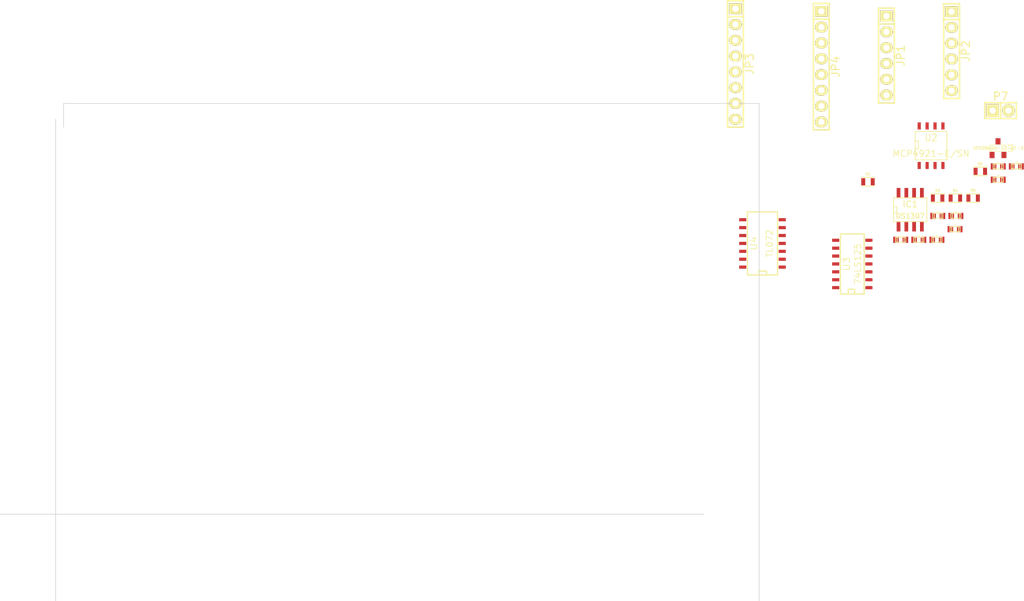
<source format=kicad_pcb>
(kicad_pcb (version 4) (host pcbnew "(2014-08-05 BZR 5054)-product")

  (general
    (links 57)
    (no_connects 57)
    (area 77.419999 53.289999 199.440001 133.400001)
    (thickness 1.6)
    (drawings 5)
    (tracks 0)
    (zones 0)
    (modules 24)
    (nets 43)
  )

  (page A4)
  (layers
    (0 F.Cu signal)
    (31 B.Cu signal)
    (32 B.Adhes user)
    (33 F.Adhes user)
    (34 B.Paste user)
    (35 F.Paste user)
    (36 B.SilkS user)
    (37 F.SilkS user)
    (38 B.Mask user)
    (39 F.Mask user)
    (40 Dwgs.User user)
    (41 Cmts.User user)
    (42 Eco1.User user)
    (43 Eco2.User user)
    (44 Edge.Cuts user)
    (45 Margin user)
    (46 B.CrtYd user)
    (47 F.CrtYd user)
    (48 B.Fab user)
    (49 F.Fab user)
  )

  (setup
    (last_trace_width 0.254)
    (trace_clearance 0.254)
    (zone_clearance 0.508)
    (zone_45_only no)
    (trace_min 0.254)
    (segment_width 0.2)
    (edge_width 0.1)
    (via_size 0.889)
    (via_drill 0.635)
    (via_min_size 0.889)
    (via_min_drill 0.508)
    (uvia_size 0.508)
    (uvia_drill 0.127)
    (uvias_allowed no)
    (uvia_min_size 0.508)
    (uvia_min_drill 0.127)
    (pcb_text_width 0.3)
    (pcb_text_size 1.5 1.5)
    (mod_edge_width 0.15)
    (mod_text_size 1 1)
    (mod_text_width 0.15)
    (pad_size 1.5 1.5)
    (pad_drill 0.6)
    (pad_to_mask_clearance 0)
    (aux_axis_origin 0 0)
    (visible_elements FFFFFF7F)
    (pcbplotparams
      (layerselection 0x00030_80000001)
      (usegerberextensions false)
      (excludeedgelayer true)
      (linewidth 0.100000)
      (plotframeref false)
      (viasonmask false)
      (mode 1)
      (useauxorigin false)
      (hpglpennumber 1)
      (hpglpenspeed 20)
      (hpglpendiameter 15)
      (hpglpenoverlay 2)
      (psnegative false)
      (psa4output false)
      (plotreference true)
      (plotvalue true)
      (plotinvisibletext false)
      (padsonsilk false)
      (subtractmaskfromsilk false)
      (outputformat 1)
      (mirror false)
      (drillshape 1)
      (scaleselection 1)
      (outputdirectory ""))
  )

  (net 0 "")
  (net 1 +5V)
  (net 2 GND)
  (net 3 +3.3V)
  (net 4 "Net-(C7-Pad2)")
  (net 5 "Net-(C8-Pad1)")
  (net 6 "Net-(C9-Pad1)")
  (net 7 "Net-(C9-Pad2)")
  (net 8 "Net-(BT1-Pad1)")
  (net 9 "Net-(IC1-Pad1)")
  (net 10 "Net-(IC1-Pad7)")
  (net 11 /I2C_SCL)
  (net 12 /I2C_SDA)
  (net 13 "Net-(IC1-Pad2)")
  (net 14 "Net-(JP1-Pad1)")
  (net 15 "Net-(JP1-Pad2)")
  (net 16 "Net-(JP1-Pad6)")
  (net 17 /XM)
  (net 18 /YP)
  (net 19 /XP)
  (net 20 /YM)
  (net 21 "Net-(JP3-Pad1)")
  (net 22 /SCK)
  (net 23 /MISO)
  (net 24 /MOSI)
  (net 25 /SD_CS)
  (net 26 "Net-(JP3-Pad7)")
  (net 27 "Net-(JP3-Pad8)")
  (net 28 /MATRIX_WR)
  (net 29 /MATRIX_DATA)
  (net 30 /DAC_LAT)
  (net 31 /DAC_DI)
  (net 32 /DAC_SCK)
  (net 33 /DAC_CS)
  (net 34 /MATRIX_CS)
  (net 35 /MATRIX_CLK)
  (net 36 "Net-(R4-Pad2)")
  (net 37 /SCLK)
  (net 38 /CS)
  (net 39 "Net-(U3-Pad11)")
  (net 40 "Net-(U3-Pad12)")
  (net 41 "Net-(U3-Pad13)")
  (net 42 "Net-(RV1-Pad2)")

  (net_class Default "This is the default net class."
    (clearance 0.254)
    (trace_width 0.254)
    (via_dia 0.889)
    (via_drill 0.635)
    (uvia_dia 0.508)
    (uvia_drill 0.127)
    (add_net +3.3V)
    (add_net +5V)
    (add_net /CS)
    (add_net /DAC_CS)
    (add_net /DAC_DI)
    (add_net /DAC_LAT)
    (add_net /DAC_SCK)
    (add_net /I2C_SCL)
    (add_net /I2C_SDA)
    (add_net /MATRIX_CLK)
    (add_net /MATRIX_CS)
    (add_net /MATRIX_DATA)
    (add_net /MATRIX_WR)
    (add_net /MISO)
    (add_net /MOSI)
    (add_net /SCK)
    (add_net /SCLK)
    (add_net /SD_CS)
    (add_net /XM)
    (add_net /XP)
    (add_net /YM)
    (add_net /YP)
    (add_net GND)
    (add_net "Net-(BT1-Pad1)")
    (add_net "Net-(C7-Pad2)")
    (add_net "Net-(C8-Pad1)")
    (add_net "Net-(C9-Pad1)")
    (add_net "Net-(C9-Pad2)")
    (add_net "Net-(IC1-Pad1)")
    (add_net "Net-(IC1-Pad2)")
    (add_net "Net-(IC1-Pad7)")
    (add_net "Net-(JP1-Pad1)")
    (add_net "Net-(JP1-Pad2)")
    (add_net "Net-(JP1-Pad6)")
    (add_net "Net-(JP3-Pad1)")
    (add_net "Net-(JP3-Pad7)")
    (add_net "Net-(JP3-Pad8)")
    (add_net "Net-(R4-Pad2)")
    (add_net "Net-(RV1-Pad2)")
    (add_net "Net-(U3-Pad11)")
    (add_net "Net-(U3-Pad12)")
    (add_net "Net-(U3-Pad13)")
  )

  (module Capacitors_SMD:c_0603 (layer F.Cu) (tedit 53F8F479) (tstamp 53F8F534)
    (at 230.855421 73.560421)
    (descr "SMT capacitor, 0603")
    (path /53F6F4A8)
    (fp_text reference C1 (at 0 -0.635) (layer F.SilkS)
      (effects (font (size 0.20066 0.20066) (thickness 0.04064)))
    )
    (fp_text value 0.1uF (at 0 0.635) (layer F.SilkS) hide
      (effects (font (size 0.20066 0.20066) (thickness 0.04064)))
    )
    (fp_line (start 0.5588 0.4064) (end 0.5588 -0.4064) (layer F.SilkS) (width 0.127))
    (fp_line (start -0.5588 -0.381) (end -0.5588 0.4064) (layer F.SilkS) (width 0.127))
    (fp_line (start -0.8128 -0.4064) (end 0.8128 -0.4064) (layer F.SilkS) (width 0.127))
    (fp_line (start 0.8128 -0.4064) (end 0.8128 0.4064) (layer F.SilkS) (width 0.127))
    (fp_line (start 0.8128 0.4064) (end -0.8128 0.4064) (layer F.SilkS) (width 0.127))
    (fp_line (start -0.8128 0.4064) (end -0.8128 -0.4064) (layer F.SilkS) (width 0.127))
    (pad 1 smd rect (at 0.75184 0) (size 0.89916 1.00076) (layers F.Cu F.Paste F.Mask)
      (net 1 +5V))
    (pad 2 smd rect (at -0.75184 0) (size 0.89916 1.00076) (layers F.Cu F.Paste F.Mask)
      (net 2 GND))
    (model smd/capacitors/c_0603.wrl
      (at (xyz 0 0 0))
      (scale (xyz 1 1 1))
      (rotate (xyz 0 0 0))
    )
  )

  (module Capacitors_SMD:c_0603 (layer F.Cu) (tedit 53F8F479) (tstamp 53F8F53A)
    (at 222.125421 75.260421)
    (descr "SMT capacitor, 0603")
    (path /53F6F305)
    (fp_text reference C2 (at 0 -0.635) (layer F.SilkS)
      (effects (font (size 0.20066 0.20066) (thickness 0.04064)))
    )
    (fp_text value 0.1uF (at 0 0.635) (layer F.SilkS) hide
      (effects (font (size 0.20066 0.20066) (thickness 0.04064)))
    )
    (fp_line (start 0.5588 0.4064) (end 0.5588 -0.4064) (layer F.SilkS) (width 0.127))
    (fp_line (start -0.5588 -0.381) (end -0.5588 0.4064) (layer F.SilkS) (width 0.127))
    (fp_line (start -0.8128 -0.4064) (end 0.8128 -0.4064) (layer F.SilkS) (width 0.127))
    (fp_line (start 0.8128 -0.4064) (end 0.8128 0.4064) (layer F.SilkS) (width 0.127))
    (fp_line (start 0.8128 0.4064) (end -0.8128 0.4064) (layer F.SilkS) (width 0.127))
    (fp_line (start -0.8128 0.4064) (end -0.8128 -0.4064) (layer F.SilkS) (width 0.127))
    (pad 1 smd rect (at 0.75184 0) (size 0.89916 1.00076) (layers F.Cu F.Paste F.Mask)
      (net 1 +5V))
    (pad 2 smd rect (at -0.75184 0) (size 0.89916 1.00076) (layers F.Cu F.Paste F.Mask)
      (net 2 GND))
    (model smd/capacitors/c_0603.wrl
      (at (xyz 0 0 0))
      (scale (xyz 1 1 1))
      (rotate (xyz 0 0 0))
    )
  )

  (module Capacitors_SMD:c_0603 (layer F.Cu) (tedit 53F8F479) (tstamp 53F8F540)
    (at 225.035421 75.260421)
    (descr "SMT capacitor, 0603")
    (path /53F6F384)
    (fp_text reference C3 (at 0 -0.635) (layer F.SilkS)
      (effects (font (size 0.20066 0.20066) (thickness 0.04064)))
    )
    (fp_text value 0.1uF (at 0 0.635) (layer F.SilkS) hide
      (effects (font (size 0.20066 0.20066) (thickness 0.04064)))
    )
    (fp_line (start 0.5588 0.4064) (end 0.5588 -0.4064) (layer F.SilkS) (width 0.127))
    (fp_line (start -0.5588 -0.381) (end -0.5588 0.4064) (layer F.SilkS) (width 0.127))
    (fp_line (start -0.8128 -0.4064) (end 0.8128 -0.4064) (layer F.SilkS) (width 0.127))
    (fp_line (start 0.8128 -0.4064) (end 0.8128 0.4064) (layer F.SilkS) (width 0.127))
    (fp_line (start 0.8128 0.4064) (end -0.8128 0.4064) (layer F.SilkS) (width 0.127))
    (fp_line (start -0.8128 0.4064) (end -0.8128 -0.4064) (layer F.SilkS) (width 0.127))
    (pad 1 smd rect (at 0.75184 0) (size 0.89916 1.00076) (layers F.Cu F.Paste F.Mask)
      (net 1 +5V))
    (pad 2 smd rect (at -0.75184 0) (size 0.89916 1.00076) (layers F.Cu F.Paste F.Mask)
      (net 2 GND))
    (model smd/capacitors/c_0603.wrl
      (at (xyz 0 0 0))
      (scale (xyz 1 1 1))
      (rotate (xyz 0 0 0))
    )
  )

  (module Capacitors_SMD:c_0603 (layer F.Cu) (tedit 53F8F479) (tstamp 53F8F546)
    (at 227.945421 75.260421)
    (descr "SMT capacitor, 0603")
    (path /53F6F42A)
    (fp_text reference C4 (at 0 -0.635) (layer F.SilkS)
      (effects (font (size 0.20066 0.20066) (thickness 0.04064)))
    )
    (fp_text value 100uF/6V (at 0 0.635) (layer F.SilkS) hide
      (effects (font (size 0.20066 0.20066) (thickness 0.04064)))
    )
    (fp_line (start 0.5588 0.4064) (end 0.5588 -0.4064) (layer F.SilkS) (width 0.127))
    (fp_line (start -0.5588 -0.381) (end -0.5588 0.4064) (layer F.SilkS) (width 0.127))
    (fp_line (start -0.8128 -0.4064) (end 0.8128 -0.4064) (layer F.SilkS) (width 0.127))
    (fp_line (start 0.8128 -0.4064) (end 0.8128 0.4064) (layer F.SilkS) (width 0.127))
    (fp_line (start 0.8128 0.4064) (end -0.8128 0.4064) (layer F.SilkS) (width 0.127))
    (fp_line (start -0.8128 0.4064) (end -0.8128 -0.4064) (layer F.SilkS) (width 0.127))
    (pad 1 smd rect (at 0.75184 0) (size 0.89916 1.00076) (layers F.Cu F.Paste F.Mask)
      (net 1 +5V))
    (pad 2 smd rect (at -0.75184 0) (size 0.89916 1.00076) (layers F.Cu F.Paste F.Mask)
      (net 2 GND))
    (model smd/capacitors/c_0603.wrl
      (at (xyz 0 0 0))
      (scale (xyz 1 1 1))
      (rotate (xyz 0 0 0))
    )
  )

  (module Capacitors_SMD:c_0603 (layer F.Cu) (tedit 53F8F479) (tstamp 53F8F54C)
    (at 228.085421 71.420421)
    (descr "SMT capacitor, 0603")
    (path /53F6F1E5)
    (fp_text reference C5 (at 0 -0.635) (layer F.SilkS)
      (effects (font (size 0.20066 0.20066) (thickness 0.04064)))
    )
    (fp_text value 0.1uF (at 0 0.635) (layer F.SilkS) hide
      (effects (font (size 0.20066 0.20066) (thickness 0.04064)))
    )
    (fp_line (start 0.5588 0.4064) (end 0.5588 -0.4064) (layer F.SilkS) (width 0.127))
    (fp_line (start -0.5588 -0.381) (end -0.5588 0.4064) (layer F.SilkS) (width 0.127))
    (fp_line (start -0.8128 -0.4064) (end 0.8128 -0.4064) (layer F.SilkS) (width 0.127))
    (fp_line (start 0.8128 -0.4064) (end 0.8128 0.4064) (layer F.SilkS) (width 0.127))
    (fp_line (start 0.8128 0.4064) (end -0.8128 0.4064) (layer F.SilkS) (width 0.127))
    (fp_line (start -0.8128 0.4064) (end -0.8128 -0.4064) (layer F.SilkS) (width 0.127))
    (pad 1 smd rect (at 0.75184 0) (size 0.89916 1.00076) (layers F.Cu F.Paste F.Mask)
      (net 3 +3.3V))
    (pad 2 smd rect (at -0.75184 0) (size 0.89916 1.00076) (layers F.Cu F.Paste F.Mask)
      (net 2 GND))
    (model smd/capacitors/c_0603.wrl
      (at (xyz 0 0 0))
      (scale (xyz 1 1 1))
      (rotate (xyz 0 0 0))
    )
  )

  (module Capacitors_SMD:c_0603 (layer F.Cu) (tedit 53F8F479) (tstamp 53F8F552)
    (at 230.995421 71.420421)
    (descr "SMT capacitor, 0603")
    (path /53F6EFF0)
    (fp_text reference C6 (at 0 -0.635) (layer F.SilkS)
      (effects (font (size 0.20066 0.20066) (thickness 0.04064)))
    )
    (fp_text value 100uF/6V (at 0 0.635) (layer F.SilkS) hide
      (effects (font (size 0.20066 0.20066) (thickness 0.04064)))
    )
    (fp_line (start 0.5588 0.4064) (end 0.5588 -0.4064) (layer F.SilkS) (width 0.127))
    (fp_line (start -0.5588 -0.381) (end -0.5588 0.4064) (layer F.SilkS) (width 0.127))
    (fp_line (start -0.8128 -0.4064) (end 0.8128 -0.4064) (layer F.SilkS) (width 0.127))
    (fp_line (start 0.8128 -0.4064) (end 0.8128 0.4064) (layer F.SilkS) (width 0.127))
    (fp_line (start 0.8128 0.4064) (end -0.8128 0.4064) (layer F.SilkS) (width 0.127))
    (fp_line (start -0.8128 0.4064) (end -0.8128 -0.4064) (layer F.SilkS) (width 0.127))
    (pad 1 smd rect (at 0.75184 0) (size 0.89916 1.00076) (layers F.Cu F.Paste F.Mask)
      (net 3 +3.3V))
    (pad 2 smd rect (at -0.75184 0) (size 0.89916 1.00076) (layers F.Cu F.Paste F.Mask)
      (net 2 GND))
    (model smd/capacitors/c_0603.wrl
      (at (xyz 0 0 0))
      (scale (xyz 1 1 1))
      (rotate (xyz 0 0 0))
    )
  )

  (module Capacitors_SMD:c_0603 (layer F.Cu) (tedit 53F8F479) (tstamp 53F8F558)
    (at 237.795421 63.460421)
    (descr "SMT capacitor, 0603")
    (path /53F6CADB)
    (fp_text reference C7 (at 0 -0.635) (layer F.SilkS)
      (effects (font (size 0.20066 0.20066) (thickness 0.04064)))
    )
    (fp_text value 0.1uF (at 0 0.635) (layer F.SilkS) hide
      (effects (font (size 0.20066 0.20066) (thickness 0.04064)))
    )
    (fp_line (start 0.5588 0.4064) (end 0.5588 -0.4064) (layer F.SilkS) (width 0.127))
    (fp_line (start -0.5588 -0.381) (end -0.5588 0.4064) (layer F.SilkS) (width 0.127))
    (fp_line (start -0.8128 -0.4064) (end 0.8128 -0.4064) (layer F.SilkS) (width 0.127))
    (fp_line (start 0.8128 -0.4064) (end 0.8128 0.4064) (layer F.SilkS) (width 0.127))
    (fp_line (start 0.8128 0.4064) (end -0.8128 0.4064) (layer F.SilkS) (width 0.127))
    (fp_line (start -0.8128 0.4064) (end -0.8128 -0.4064) (layer F.SilkS) (width 0.127))
    (pad 1 smd rect (at 0.75184 0) (size 0.89916 1.00076) (layers F.Cu F.Paste F.Mask)
      (net 2 GND))
    (pad 2 smd rect (at -0.75184 0) (size 0.89916 1.00076) (layers F.Cu F.Paste F.Mask)
      (net 4 "Net-(C7-Pad2)"))
    (model smd/capacitors/c_0603.wrl
      (at (xyz 0 0 0))
      (scale (xyz 1 1 1))
      (rotate (xyz 0 0 0))
    )
  )

  (module Capacitors_SMD:c_0603 (layer F.Cu) (tedit 53F8F479) (tstamp 53F8F55E)
    (at 240.705421 63.460421)
    (descr "SMT capacitor, 0603")
    (path /53F6CF04)
    (fp_text reference C8 (at 0 -0.635) (layer F.SilkS)
      (effects (font (size 0.20066 0.20066) (thickness 0.04064)))
    )
    (fp_text value 0.01uF (at 0 0.635) (layer F.SilkS) hide
      (effects (font (size 0.20066 0.20066) (thickness 0.04064)))
    )
    (fp_line (start 0.5588 0.4064) (end 0.5588 -0.4064) (layer F.SilkS) (width 0.127))
    (fp_line (start -0.5588 -0.381) (end -0.5588 0.4064) (layer F.SilkS) (width 0.127))
    (fp_line (start -0.8128 -0.4064) (end 0.8128 -0.4064) (layer F.SilkS) (width 0.127))
    (fp_line (start 0.8128 -0.4064) (end 0.8128 0.4064) (layer F.SilkS) (width 0.127))
    (fp_line (start 0.8128 0.4064) (end -0.8128 0.4064) (layer F.SilkS) (width 0.127))
    (fp_line (start -0.8128 0.4064) (end -0.8128 -0.4064) (layer F.SilkS) (width 0.127))
    (pad 1 smd rect (at 0.75184 0) (size 0.89916 1.00076) (layers F.Cu F.Paste F.Mask)
      (net 5 "Net-(C8-Pad1)"))
    (pad 2 smd rect (at -0.75184 0) (size 0.89916 1.00076) (layers F.Cu F.Paste F.Mask)
      (net 2 GND))
    (model smd/capacitors/c_0603.wrl
      (at (xyz 0 0 0))
      (scale (xyz 1 1 1))
      (rotate (xyz 0 0 0))
    )
  )

  (module Capacitors_SMD:c_0603 (layer F.Cu) (tedit 53F8F479) (tstamp 53F8F564)
    (at 237.795421 65.600421)
    (descr "SMT capacitor, 0603")
    (path /53F6E1A7)
    (fp_text reference C9 (at 0 -0.635) (layer F.SilkS)
      (effects (font (size 0.20066 0.20066) (thickness 0.04064)))
    )
    (fp_text value 100uF/6V (at 0 0.635) (layer F.SilkS) hide
      (effects (font (size 0.20066 0.20066) (thickness 0.04064)))
    )
    (fp_line (start 0.5588 0.4064) (end 0.5588 -0.4064) (layer F.SilkS) (width 0.127))
    (fp_line (start -0.5588 -0.381) (end -0.5588 0.4064) (layer F.SilkS) (width 0.127))
    (fp_line (start -0.8128 -0.4064) (end 0.8128 -0.4064) (layer F.SilkS) (width 0.127))
    (fp_line (start 0.8128 -0.4064) (end 0.8128 0.4064) (layer F.SilkS) (width 0.127))
    (fp_line (start 0.8128 0.4064) (end -0.8128 0.4064) (layer F.SilkS) (width 0.127))
    (fp_line (start -0.8128 0.4064) (end -0.8128 -0.4064) (layer F.SilkS) (width 0.127))
    (pad 1 smd rect (at 0.75184 0) (size 0.89916 1.00076) (layers F.Cu F.Paste F.Mask)
      (net 6 "Net-(C9-Pad1)"))
    (pad 2 smd rect (at -0.75184 0) (size 0.89916 1.00076) (layers F.Cu F.Paste F.Mask)
      (net 7 "Net-(C9-Pad2)"))
    (model smd/capacitors/c_0603.wrl
      (at (xyz 0 0 0))
      (scale (xyz 1 1 1))
      (rotate (xyz 0 0 0))
    )
  )

  (module Housings_SOIC:SOIC-8_N (layer F.Cu) (tedit 53F8F479) (tstamp 53F8F60E)
    (at 223.654502 70.423999)
    (descr "module CMS SOJ 8 pins etroit")
    (tags "CMS SOJ")
    (path /53F71D16)
    (attr smd)
    (fp_text reference IC1 (at 0 -0.889) (layer F.SilkS)
      (effects (font (size 1 1) (thickness 0.15)))
    )
    (fp_text value DS1307 (at 0 1.016) (layer F.SilkS)
      (effects (font (size 0.8 0.8) (thickness 0.15)))
    )
    (fp_line (start -2.667 1.778) (end -2.667 1.905) (layer F.SilkS) (width 0.127))
    (fp_line (start -2.667 1.905) (end 2.667 1.905) (layer F.SilkS) (width 0.127))
    (fp_line (start 2.667 -1.905) (end -2.667 -1.905) (layer F.SilkS) (width 0.127))
    (fp_line (start -2.667 -1.905) (end -2.667 1.778) (layer F.SilkS) (width 0.127))
    (fp_line (start -2.667 -0.508) (end -2.159 -0.508) (layer F.SilkS) (width 0.127))
    (fp_line (start -2.159 -0.508) (end -2.159 0.508) (layer F.SilkS) (width 0.127))
    (fp_line (start -2.159 0.508) (end -2.667 0.508) (layer F.SilkS) (width 0.127))
    (fp_line (start 2.667 -1.905) (end 2.667 1.905) (layer F.SilkS) (width 0.127))
    (pad 8 smd rect (at -1.875 -2.7) (size 0.6 1.6) (layers F.Cu F.Paste F.Mask)
      (net 8 "Net-(BT1-Pad1)"))
    (pad 1 smd rect (at -1.875 2.7) (size 0.6 1.6) (layers F.Cu F.Paste F.Mask)
      (net 9 "Net-(IC1-Pad1)"))
    (pad 7 smd rect (at -0.625 -2.7) (size 0.6 1.6) (layers F.Cu F.Paste F.Mask)
      (net 10 "Net-(IC1-Pad7)"))
    (pad 6 smd rect (at 0.625 -2.7) (size 0.6 1.6) (layers F.Cu F.Paste F.Mask)
      (net 11 /I2C_SCL))
    (pad 5 smd rect (at 1.875 -2.7) (size 0.6 1.6) (layers F.Cu F.Paste F.Mask)
      (net 12 /I2C_SDA))
    (pad 2 smd rect (at -0.625 2.7) (size 0.6 1.6) (layers F.Cu F.Paste F.Mask)
      (net 13 "Net-(IC1-Pad2)"))
    (pad 3 smd rect (at 0.625 2.7) (size 0.6 1.6) (layers F.Cu F.Paste F.Mask)
      (net 8 "Net-(BT1-Pad1)"))
    (pad 4 smd rect (at 1.875 2.7) (size 0.6 1.6) (layers F.Cu F.Paste F.Mask)
      (net 2 GND))
    (model smd/cms_so8.wrl
      (at (xyz 0 0 0))
      (scale (xyz 0.5 0.3199999928474426 0.5))
      (rotate (xyz 0 0 0))
    )
  )

  (module Pin_Headers:Pin_Header_Straight_1x06 (layer F.Cu) (tedit 53F8F479) (tstamp 53F8F57A)
    (at 219.836201 45.641002 270)
    (descr "1 pin")
    (tags "CONN DEV")
    (path /53F44018)
    (fp_text reference JP1 (at 0 -2.286 270) (layer F.SilkS)
      (effects (font (size 1.27 1.27) (thickness 0.2032)))
    )
    (fp_text value 6_PIN_1 (at 0 0 270) (layer F.SilkS) hide
      (effects (font (size 1.27 1.27) (thickness 0.2032)))
    )
    (fp_line (start -5.08 -1.27) (end 7.62 -1.27) (layer F.SilkS) (width 0.254))
    (fp_line (start 7.62 -1.27) (end 7.62 1.27) (layer F.SilkS) (width 0.254))
    (fp_line (start 7.62 1.27) (end -5.08 1.27) (layer F.SilkS) (width 0.254))
    (fp_line (start -7.62 -1.27) (end -5.08 -1.27) (layer F.SilkS) (width 0.254))
    (fp_line (start -5.08 -1.27) (end -5.08 1.27) (layer F.SilkS) (width 0.254))
    (fp_line (start -7.62 -1.27) (end -7.62 1.27) (layer F.SilkS) (width 0.254))
    (fp_line (start -7.62 1.27) (end -5.08 1.27) (layer F.SilkS) (width 0.254))
    (pad 1 thru_hole rect (at -6.35 0 270) (size 1.7272 2.032) (drill 1.016) (layers *.Cu *.Mask F.SilkS)
      (net 14 "Net-(JP1-Pad1)"))
    (pad 2 thru_hole oval (at -3.81 0 270) (size 1.7272 2.032) (drill 1.016) (layers *.Cu *.Mask F.SilkS)
      (net 15 "Net-(JP1-Pad2)"))
    (pad 3 thru_hole oval (at -1.27 0 270) (size 1.7272 2.032) (drill 1.016) (layers *.Cu *.Mask F.SilkS)
      (net 1 +5V))
    (pad 4 thru_hole oval (at 1.27 0 270) (size 1.7272 2.032) (drill 1.016) (layers *.Cu *.Mask F.SilkS)
      (net 2 GND))
    (pad 5 thru_hole oval (at 3.81 0 270) (size 1.7272 2.032) (drill 1.016) (layers *.Cu *.Mask F.SilkS)
      (net 2 GND))
    (pad 6 thru_hole oval (at 6.35 0 270) (size 1.7272 2.032) (drill 1.016) (layers *.Cu *.Mask F.SilkS)
      (net 16 "Net-(JP1-Pad6)"))
    (model Pin_Headers/Pin_Header_Straight_1x06.wrl
      (at (xyz 0 0 0))
      (scale (xyz 1 1 1))
      (rotate (xyz 0 0 0))
    )
  )

  (module Pin_Headers:Pin_Header_Straight_1x06 (layer F.Cu) (tedit 53F8F479) (tstamp 53F8F584)
    (at 230.301002 44.923799 270)
    (descr "1 pin")
    (tags "CONN DEV")
    (path /53F443E9)
    (fp_text reference JP2 (at 0 -2.286 270) (layer F.SilkS)
      (effects (font (size 1.27 1.27) (thickness 0.2032)))
    )
    (fp_text value 6_PIN_2 (at 0 0 270) (layer F.SilkS) hide
      (effects (font (size 1.27 1.27) (thickness 0.2032)))
    )
    (fp_line (start -5.08 -1.27) (end 7.62 -1.27) (layer F.SilkS) (width 0.254))
    (fp_line (start 7.62 -1.27) (end 7.62 1.27) (layer F.SilkS) (width 0.254))
    (fp_line (start 7.62 1.27) (end -5.08 1.27) (layer F.SilkS) (width 0.254))
    (fp_line (start -7.62 -1.27) (end -5.08 -1.27) (layer F.SilkS) (width 0.254))
    (fp_line (start -5.08 -1.27) (end -5.08 1.27) (layer F.SilkS) (width 0.254))
    (fp_line (start -7.62 -1.27) (end -7.62 1.27) (layer F.SilkS) (width 0.254))
    (fp_line (start -7.62 1.27) (end -5.08 1.27) (layer F.SilkS) (width 0.254))
    (pad 1 thru_hole rect (at -6.35 0 270) (size 1.7272 2.032) (drill 1.016) (layers *.Cu *.Mask F.SilkS)
      (net 17 /XM))
    (pad 2 thru_hole oval (at -3.81 0 270) (size 1.7272 2.032) (drill 1.016) (layers *.Cu *.Mask F.SilkS)
      (net 18 /YP))
    (pad 3 thru_hole oval (at -1.27 0 270) (size 1.7272 2.032) (drill 1.016) (layers *.Cu *.Mask F.SilkS)
      (net 19 /XP))
    (pad 4 thru_hole oval (at 1.27 0 270) (size 1.7272 2.032) (drill 1.016) (layers *.Cu *.Mask F.SilkS)
      (net 20 /YM))
    (pad 5 thru_hole oval (at 3.81 0 270) (size 1.7272 2.032) (drill 1.016) (layers *.Cu *.Mask F.SilkS)
      (net 12 /I2C_SDA))
    (pad 6 thru_hole oval (at 6.35 0 270) (size 1.7272 2.032) (drill 1.016) (layers *.Cu *.Mask F.SilkS)
      (net 11 /I2C_SCL))
    (model Pin_Headers/Pin_Header_Straight_1x06.wrl
      (at (xyz 0 0 0))
      (scale (xyz 1 1 1))
      (rotate (xyz 0 0 0))
    )
  )

  (module Pin_Headers:Pin_Header_Straight_1x08 (layer F.Cu) (tedit 53F8F479) (tstamp 53F8F590)
    (at 195.58 46.99 270)
    (descr "1 pin")
    (tags "CONN DEV")
    (path /53F44977)
    (fp_text reference JP3 (at 0 -2.286 270) (layer F.SilkS)
      (effects (font (size 1.27 1.27) (thickness 0.2032)))
    )
    (fp_text value 8_PIN_1 (at 0 0 270) (layer F.SilkS) hide
      (effects (font (size 1.27 1.27) (thickness 0.2032)))
    )
    (fp_line (start -7.62 -1.27) (end 10.16 -1.27) (layer F.SilkS) (width 0.254))
    (fp_line (start 10.16 -1.27) (end 10.16 1.27) (layer F.SilkS) (width 0.254))
    (fp_line (start 10.16 1.27) (end -7.62 1.27) (layer F.SilkS) (width 0.254))
    (fp_line (start -10.16 -1.27) (end -7.62 -1.27) (layer F.SilkS) (width 0.254))
    (fp_line (start -7.62 -1.27) (end -7.62 1.27) (layer F.SilkS) (width 0.254))
    (fp_line (start -10.16 -1.27) (end -10.16 1.27) (layer F.SilkS) (width 0.254))
    (fp_line (start -10.16 1.27) (end -7.62 1.27) (layer F.SilkS) (width 0.254))
    (pad 1 thru_hole rect (at -8.89 0 270) (size 1.7272 2.032) (drill 1.016) (layers *.Cu *.Mask F.SilkS)
      (net 21 "Net-(JP3-Pad1)"))
    (pad 2 thru_hole oval (at -6.35 0 270) (size 1.7272 2.032) (drill 1.016) (layers *.Cu *.Mask F.SilkS)
      (net 2 GND))
    (pad 3 thru_hole oval (at -3.81 0 270) (size 1.7272 2.032) (drill 1.016) (layers *.Cu *.Mask F.SilkS)
      (net 22 /SCK))
    (pad 4 thru_hole oval (at -1.27 0 270) (size 1.7272 2.032) (drill 1.016) (layers *.Cu *.Mask F.SilkS)
      (net 23 /MISO))
    (pad 5 thru_hole oval (at 1.27 0 270) (size 1.7272 2.032) (drill 1.016) (layers *.Cu *.Mask F.SilkS)
      (net 24 /MOSI))
    (pad 6 thru_hole oval (at 3.81 0 270) (size 1.7272 2.032) (drill 1.016) (layers *.Cu *.Mask F.SilkS)
      (net 25 /SD_CS))
    (pad 7 thru_hole oval (at 6.35 0 270) (size 1.7272 2.032) (drill 1.016) (layers *.Cu *.Mask F.SilkS)
      (net 26 "Net-(JP3-Pad7)"))
    (pad 8 thru_hole oval (at 8.89 0 270) (size 1.7272 2.032) (drill 1.016) (layers *.Cu *.Mask F.SilkS)
      (net 27 "Net-(JP3-Pad8)"))
    (model Pin_Headers/Pin_Header_Straight_1x08.wrl
      (at (xyz 0 0 0))
      (scale (xyz 1 1 1))
      (rotate (xyz 0 0 0))
    )
  )

  (module Pin_Headers:Pin_Header_Straight_1x08 (layer F.Cu) (tedit 53F8F479) (tstamp 53F8F59C)
    (at 209.376201 47.421002 270)
    (descr "1 pin")
    (tags "CONN DEV")
    (path /53F449E0)
    (fp_text reference JP4 (at 0 -2.286 270) (layer F.SilkS)
      (effects (font (size 1.27 1.27) (thickness 0.2032)))
    )
    (fp_text value 8_PIN_2 (at 0 0 270) (layer F.SilkS) hide
      (effects (font (size 1.27 1.27) (thickness 0.2032)))
    )
    (fp_line (start -7.62 -1.27) (end 10.16 -1.27) (layer F.SilkS) (width 0.254))
    (fp_line (start 10.16 -1.27) (end 10.16 1.27) (layer F.SilkS) (width 0.254))
    (fp_line (start 10.16 1.27) (end -7.62 1.27) (layer F.SilkS) (width 0.254))
    (fp_line (start -10.16 -1.27) (end -7.62 -1.27) (layer F.SilkS) (width 0.254))
    (fp_line (start -7.62 -1.27) (end -7.62 1.27) (layer F.SilkS) (width 0.254))
    (fp_line (start -10.16 -1.27) (end -10.16 1.27) (layer F.SilkS) (width 0.254))
    (fp_line (start -10.16 1.27) (end -7.62 1.27) (layer F.SilkS) (width 0.254))
    (pad 1 thru_hole rect (at -8.89 0 270) (size 1.7272 2.032) (drill 1.016) (layers *.Cu *.Mask F.SilkS)
      (net 28 /MATRIX_WR))
    (pad 2 thru_hole oval (at -6.35 0 270) (size 1.7272 2.032) (drill 1.016) (layers *.Cu *.Mask F.SilkS)
      (net 29 /MATRIX_DATA))
    (pad 3 thru_hole oval (at -3.81 0 270) (size 1.7272 2.032) (drill 1.016) (layers *.Cu *.Mask F.SilkS)
      (net 30 /DAC_LAT))
    (pad 4 thru_hole oval (at -1.27 0 270) (size 1.7272 2.032) (drill 1.016) (layers *.Cu *.Mask F.SilkS)
      (net 31 /DAC_DI))
    (pad 5 thru_hole oval (at 1.27 0 270) (size 1.7272 2.032) (drill 1.016) (layers *.Cu *.Mask F.SilkS)
      (net 32 /DAC_SCK))
    (pad 6 thru_hole oval (at 3.81 0 270) (size 1.7272 2.032) (drill 1.016) (layers *.Cu *.Mask F.SilkS)
      (net 33 /DAC_CS))
    (pad 7 thru_hole oval (at 6.35 0 270) (size 1.7272 2.032) (drill 1.016) (layers *.Cu *.Mask F.SilkS)
      (net 34 /MATRIX_CS))
    (pad 8 thru_hole oval (at 8.89 0 270) (size 1.7272 2.032) (drill 1.016) (layers *.Cu *.Mask F.SilkS)
      (net 35 /MATRIX_CLK))
    (model Pin_Headers/Pin_Header_Straight_1x08.wrl
      (at (xyz 0 0 0))
      (scale (xyz 1 1 1))
      (rotate (xyz 0 0 0))
    )
  )

  (module Pin_Headers:Pin_Header_Straight_1x02 (layer F.Cu) (tedit 53F8F479) (tstamp 53F8F5A2)
    (at 238.171002 54.483799)
    (descr "1 pin")
    (tags "CONN DEV")
    (path /53F6E48F)
    (fp_text reference P7 (at 0 -2.286) (layer F.SilkS)
      (effects (font (size 1.27 1.27) (thickness 0.2032)))
    )
    (fp_text value SPKR (at 0 0) (layer F.SilkS) hide
      (effects (font (size 1.27 1.27) (thickness 0.2032)))
    )
    (fp_line (start 0 -1.27) (end 0 1.27) (layer F.SilkS) (width 0.254))
    (fp_line (start -2.54 -1.27) (end -2.54 1.27) (layer F.SilkS) (width 0.254))
    (fp_line (start -2.54 1.27) (end 0 1.27) (layer F.SilkS) (width 0.254))
    (fp_line (start 0 1.27) (end 2.54 1.27) (layer F.SilkS) (width 0.254))
    (fp_line (start 2.54 1.27) (end 2.54 -1.27) (layer F.SilkS) (width 0.254))
    (fp_line (start 2.54 -1.27) (end -2.54 -1.27) (layer F.SilkS) (width 0.254))
    (pad 1 thru_hole rect (at -1.27 0) (size 2.032 2.032) (drill 1.016) (layers *.Cu *.Mask F.SilkS)
      (net 2 GND))
    (pad 2 thru_hole oval (at 1.27 0) (size 2.032 2.032) (drill 1.016) (layers *.Cu *.Mask F.SilkS)
      (net 7 "Net-(C9-Pad2)"))
    (model Pin_Headers/Pin_Header_Straight_1x02.wrl
      (at (xyz 0 0 0))
      (scale (xyz 1 1 1))
      (rotate (xyz 0 0 0))
    )
  )

  (module Resistors_SMD:R_0603 (layer F.Cu) (tedit 53F8F479) (tstamp 53F8F5A8)
    (at 216.869002 65.933999)
    (path /53F81CD9)
    (attr smd)
    (fp_text reference R1 (at 0 -1.2 180) (layer F.SilkS)
      (effects (font (size 0.4 0.4) (thickness 0.1)))
    )
    (fp_text value R (at 0 1.2 180) (layer F.SilkS) hide
      (effects (font (size 0.4 0.4) (thickness 0.1)))
    )
    (fp_line (start -1.1 -0.7) (end 1.1 -0.7) (layer F.SilkS) (width 0.15))
    (fp_line (start -1.1 0.7) (end 1.1 0.7) (layer F.SilkS) (width 0.15))
    (fp_circle (center 0 0) (end 0.15 0) (layer F.Adhes) (width 0.3))
    (pad 1 smd rect (at -0.762 0) (size 0.635 1.143) (layers F.Cu F.Paste F.Mask)
      (net 8 "Net-(BT1-Pad1)"))
    (pad 2 smd rect (at 0.762 0) (size 0.635 1.143) (layers F.Cu F.Paste F.Mask)
      (net 11 /I2C_SCL))
    (model smd\resistors\R0603.wrl
      (at (xyz 0 0 0.001000000047497451))
      (scale (xyz 0.5 0.5 0.5))
      (rotate (xyz 0 0 0))
    )
  )

  (module Resistors_SMD:R_0603 (layer F.Cu) (tedit 53F8F479) (tstamp 53F8F5AE)
    (at 234.919002 64.253999)
    (path /53F81E1C)
    (attr smd)
    (fp_text reference R2 (at 0 -1.2 180) (layer F.SilkS)
      (effects (font (size 0.4 0.4) (thickness 0.1)))
    )
    (fp_text value R (at 0 1.2 180) (layer F.SilkS) hide
      (effects (font (size 0.4 0.4) (thickness 0.1)))
    )
    (fp_line (start -1.1 -0.7) (end 1.1 -0.7) (layer F.SilkS) (width 0.15))
    (fp_line (start -1.1 0.7) (end 1.1 0.7) (layer F.SilkS) (width 0.15))
    (fp_circle (center 0 0) (end 0.15 0) (layer F.Adhes) (width 0.3))
    (pad 1 smd rect (at -0.762 0) (size 0.635 1.143) (layers F.Cu F.Paste F.Mask)
      (net 8 "Net-(BT1-Pad1)"))
    (pad 2 smd rect (at 0.762 0) (size 0.635 1.143) (layers F.Cu F.Paste F.Mask)
      (net 12 /I2C_SDA))
    (model smd\resistors\R0603.wrl
      (at (xyz 0 0 0.001000000047497451))
      (scale (xyz 0.5 0.5 0.5))
      (rotate (xyz 0 0 0))
    )
  )

  (module Resistors_SMD:R_0603 (layer F.Cu) (tedit 53F8F479) (tstamp 53F8F5B4)
    (at 228.059002 68.553999)
    (path /53F6CDB0)
    (attr smd)
    (fp_text reference R3 (at 0 -1.2 180) (layer F.SilkS)
      (effects (font (size 0.4 0.4) (thickness 0.1)))
    )
    (fp_text value 100K (at 0 1.2 180) (layer F.SilkS) hide
      (effects (font (size 0.4 0.4) (thickness 0.1)))
    )
    (fp_line (start -1.1 -0.7) (end 1.1 -0.7) (layer F.SilkS) (width 0.15))
    (fp_line (start -1.1 0.7) (end 1.1 0.7) (layer F.SilkS) (width 0.15))
    (fp_circle (center 0 0) (end 0.15 0) (layer F.Adhes) (width 0.3))
    (pad 1 smd rect (at -0.762 0) (size 0.635 1.143) (layers F.Cu F.Paste F.Mask)
      (net 1 +5V))
    (pad 2 smd rect (at 0.762 0) (size 0.635 1.143) (layers F.Cu F.Paste F.Mask)
      (net 4 "Net-(C7-Pad2)"))
    (model smd\resistors\R0603.wrl
      (at (xyz 0 0 0.001000000047497451))
      (scale (xyz 0.5 0.5 0.5))
      (rotate (xyz 0 0 0))
    )
  )

  (module Resistors_SMD:R_0603 (layer F.Cu) (tedit 53F8F479) (tstamp 53F8F5BA)
    (at 230.909002 68.553999)
    (path /53F6CE16)
    (attr smd)
    (fp_text reference R4 (at 0 -1.2 180) (layer F.SilkS)
      (effects (font (size 0.4 0.4) (thickness 0.1)))
    )
    (fp_text value 1.5K (at 0 1.2 180) (layer F.SilkS) hide
      (effects (font (size 0.4 0.4) (thickness 0.1)))
    )
    (fp_line (start -1.1 -0.7) (end 1.1 -0.7) (layer F.SilkS) (width 0.15))
    (fp_line (start -1.1 0.7) (end 1.1 0.7) (layer F.SilkS) (width 0.15))
    (fp_circle (center 0 0) (end 0.15 0) (layer F.Adhes) (width 0.3))
    (pad 1 smd rect (at -0.762 0) (size 0.635 1.143) (layers F.Cu F.Paste F.Mask)
      (net 5 "Net-(C8-Pad1)"))
    (pad 2 smd rect (at 0.762 0) (size 0.635 1.143) (layers F.Cu F.Paste F.Mask)
      (net 36 "Net-(R4-Pad2)"))
    (model smd\resistors\R0603.wrl
      (at (xyz 0 0 0.001000000047497451))
      (scale (xyz 0.5 0.5 0.5))
      (rotate (xyz 0 0 0))
    )
  )

  (module Resistors_SMD:R_0603 (layer F.Cu) (tedit 53F8F479) (tstamp 53F8F5C0)
    (at 233.759002 68.553999)
    (path /53F3A864)
    (attr smd)
    (fp_text reference R5 (at 0 -1.2 180) (layer F.SilkS)
      (effects (font (size 0.4 0.4) (thickness 0.1)))
    )
    (fp_text value 10K (at 0 1.2 180) (layer F.SilkS) hide
      (effects (font (size 0.4 0.4) (thickness 0.1)))
    )
    (fp_line (start -1.1 -0.7) (end 1.1 -0.7) (layer F.SilkS) (width 0.15))
    (fp_line (start -1.1 0.7) (end 1.1 0.7) (layer F.SilkS) (width 0.15))
    (fp_circle (center 0 0) (end 0.15 0) (layer F.Adhes) (width 0.3))
    (pad 1 smd rect (at -0.762 0) (size 0.635 1.143) (layers F.Cu F.Paste F.Mask)
      (net 1 +5V))
    (pad 2 smd rect (at 0.762 0) (size 0.635 1.143) (layers F.Cu F.Paste F.Mask)
      (net 25 /SD_CS))
    (model smd\resistors\R0603.wrl
      (at (xyz 0 0 0.001000000047497451))
      (scale (xyz 0.5 0.5 0.5))
      (rotate (xyz 0 0 0))
    )
  )

  (module SMD_Packages:SOT-23 (layer F.Cu) (tedit 53F8F479) (tstamp 53F8F6C4)
    (at 237.756897 60.524199)
    (tags SOT23)
    (path /53F6EC9F)
    (fp_text reference U1 (at 1.99898 -0.09906 90) (layer F.SilkS)
      (effects (font (size 0.762 0.762) (thickness 0.11938)))
    )
    (fp_text value APE8865N-33-HF-3 (at 0.0635 0) (layer F.SilkS)
      (effects (font (size 0.50038 0.50038) (thickness 0.09906)))
    )
    (fp_circle (center -1.17602 0.35052) (end -1.30048 0.44958) (layer F.SilkS) (width 0.07874))
    (fp_line (start 1.27 -0.508) (end 1.27 0.508) (layer F.SilkS) (width 0.07874))
    (fp_line (start -1.3335 -0.508) (end -1.3335 0.508) (layer F.SilkS) (width 0.07874))
    (fp_line (start 1.27 0.508) (end -1.3335 0.508) (layer F.SilkS) (width 0.07874))
    (fp_line (start -1.3335 -0.508) (end 1.27 -0.508) (layer F.SilkS) (width 0.07874))
    (pad 3 smd rect (at 0 -1.09982) (size 0.8001 1.00076) (layers F.Cu F.Paste F.Mask)
      (net 1 +5V))
    (pad 2 smd rect (at 0.9525 1.09982) (size 0.8001 1.00076) (layers F.Cu F.Paste F.Mask)
      (net 3 +3.3V))
    (pad 1 smd rect (at -0.9525 1.09982) (size 0.8001 1.00076) (layers F.Cu F.Paste F.Mask)
      (net 2 GND))
    (model smd\SOT23_3.wrl
      (at (xyz 0 0 0))
      (scale (xyz 0.4000000059604645 0.4000000059604645 0.4000000059604645))
      (rotate (xyz 0 0 180))
    )
  )

  (module SMD_Packages:SOIC-8-N (layer F.Cu) (tedit 53F8F479) (tstamp 53F8F5D3)
    (at 227.006072 60.130499)
    (descr "Module Narrow CMS SOJ 8 pins large")
    (tags "CMS SOJ")
    (path /53F6C019)
    (attr smd)
    (fp_text reference U2 (at 0 -1.27) (layer F.SilkS)
      (effects (font (size 1.143 1.016) (thickness 0.127)))
    )
    (fp_text value MCP4921-E/SN (at 0 1.27) (layer F.SilkS)
      (effects (font (size 1.016 1.016) (thickness 0.127)))
    )
    (fp_line (start -2.54 -2.286) (end 2.54 -2.286) (layer F.SilkS) (width 0.127))
    (fp_line (start 2.54 -2.286) (end 2.54 2.286) (layer F.SilkS) (width 0.127))
    (fp_line (start 2.54 2.286) (end -2.54 2.286) (layer F.SilkS) (width 0.127))
    (fp_line (start -2.54 2.286) (end -2.54 -2.286) (layer F.SilkS) (width 0.127))
    (fp_line (start -2.54 -0.762) (end -2.032 -0.762) (layer F.SilkS) (width 0.127))
    (fp_line (start -2.032 -0.762) (end -2.032 0.508) (layer F.SilkS) (width 0.127))
    (fp_line (start -2.032 0.508) (end -2.54 0.508) (layer F.SilkS) (width 0.127))
    (pad 8 smd rect (at -1.905 -3.175) (size 0.508 1.143) (layers F.Cu F.Paste F.Mask)
      (net 36 "Net-(R4-Pad2)"))
    (pad 7 smd rect (at -0.635 -3.175) (size 0.508 1.143) (layers F.Cu F.Paste F.Mask)
      (net 2 GND))
    (pad 6 smd rect (at 0.635 -3.175) (size 0.508 1.143) (layers F.Cu F.Paste F.Mask)
      (net 4 "Net-(C7-Pad2)"))
    (pad 5 smd rect (at 1.905 -3.175) (size 0.508 1.143) (layers F.Cu F.Paste F.Mask)
      (net 30 /DAC_LAT))
    (pad 4 smd rect (at 1.905 3.175) (size 0.508 1.143) (layers F.Cu F.Paste F.Mask)
      (net 31 /DAC_DI))
    (pad 3 smd rect (at 0.635 3.175) (size 0.508 1.143) (layers F.Cu F.Paste F.Mask)
      (net 32 /DAC_SCK))
    (pad 2 smd rect (at -0.635 3.175) (size 0.508 1.143) (layers F.Cu F.Paste F.Mask)
      (net 33 /DAC_CS))
    (pad 1 smd rect (at -1.905 3.175) (size 0.508 1.143) (layers F.Cu F.Paste F.Mask)
      (net 1 +5V))
    (model smd/cms_so8.wrl
      (at (xyz 0 0 0))
      (scale (xyz 0.5 0.3799999952316284 0.5))
      (rotate (xyz 0 0 0))
    )
  )

  (module SMD_Packages:SOIC-14_W (layer F.Cu) (tedit 53F8F479) (tstamp 53F8F5E5)
    (at 214.221602 79.145499 90)
    (descr "module CMS SOJ 14 pins etroit")
    (tags "CMS SOJ")
    (path /53F3911B)
    (attr smd)
    (fp_text reference U3 (at 0 -0.762 450) (layer F.SilkS)
      (effects (font (size 1.016 1.143) (thickness 0.127)))
    )
    (fp_text value 74LS125 (at 0 1.016 270) (layer F.SilkS)
      (effects (font (size 1.016 1.016) (thickness 0.127)))
    )
    (fp_line (start -4.826 -1.778) (end 4.826 -1.778) (layer F.SilkS) (width 0.2032))
    (fp_line (start 4.826 -1.778) (end 4.826 2.032) (layer F.SilkS) (width 0.2032))
    (fp_line (start 4.826 2.032) (end -4.826 2.032) (layer F.SilkS) (width 0.2032))
    (fp_line (start -4.826 2.032) (end -4.826 -1.778) (layer F.SilkS) (width 0.2032))
    (fp_line (start -4.826 -0.508) (end -4.064 -0.508) (layer F.SilkS) (width 0.2032))
    (fp_line (start -4.064 -0.508) (end -4.064 0.508) (layer F.SilkS) (width 0.2032))
    (fp_line (start -4.064 0.508) (end -4.826 0.508) (layer F.SilkS) (width 0.2032))
    (pad 1 smd rect (at -3.81 2.794 90) (size 0.508 1.143) (layers F.Cu F.Paste F.Mask)
      (net 2 GND))
    (pad 2 smd rect (at -2.54 2.794 90) (size 0.508 1.143) (layers F.Cu F.Paste F.Mask)
      (net 22 /SCK))
    (pad 3 smd rect (at -1.27 2.794 90) (size 0.508 1.143) (layers F.Cu F.Paste F.Mask)
      (net 37 /SCLK))
    (pad 4 smd rect (at 0 2.794 90) (size 0.508 1.143) (layers F.Cu F.Paste F.Mask)
      (net 2 GND))
    (pad 5 smd rect (at 1.27 2.794 90) (size 0.508 1.143) (layers F.Cu F.Paste F.Mask)
      (net 24 /MOSI))
    (pad 6 smd rect (at 2.54 2.794 90) (size 0.508 1.143) (layers F.Cu F.Paste F.Mask)
      (net 23 /MISO))
    (pad 7 smd rect (at 3.81 2.794 90) (size 0.508 1.143) (layers F.Cu F.Paste F.Mask)
      (net 2 GND))
    (pad 8 smd rect (at 3.81 -2.54 90) (size 0.508 1.143) (layers F.Cu F.Paste F.Mask)
      (net 38 /CS))
    (pad 9 smd rect (at 2.54 -2.54 90) (size 0.508 1.143) (layers F.Cu F.Paste F.Mask)
      (net 25 /SD_CS))
    (pad 10 smd rect (at 1.27 -2.54 90) (size 0.508 1.143) (layers F.Cu F.Paste F.Mask)
      (net 2 GND))
    (pad 11 smd rect (at 0 -2.54 90) (size 0.508 1.143) (layers F.Cu F.Paste F.Mask)
      (net 39 "Net-(U3-Pad11)"))
    (pad 12 smd rect (at -1.27 -2.54 90) (size 0.508 1.143) (layers F.Cu F.Paste F.Mask)
      (net 40 "Net-(U3-Pad12)"))
    (pad 13 smd rect (at -2.54 -2.54 90) (size 0.508 1.143) (layers F.Cu F.Paste F.Mask)
      (net 41 "Net-(U3-Pad13)"))
    (pad 14 smd rect (at -3.81 -2.54 90) (size 0.508 1.143) (layers F.Cu F.Paste F.Mask)
      (net 3 +3.3V))
    (model smd/cms_so14.wrl
      (at (xyz 0 0 0))
      (scale (xyz 0.5 0.300000011920929 0.5))
      (rotate (xyz 0 0 0))
    )
  )

  (module SMD_Packages:SOIC-14_N (layer F.Cu) (tedit 53F8F479) (tstamp 53F8F611)
    (at 199.795602 75.843499 90)
    (descr "Module CMS SOJ 14 pins Large")
    (tags "CMS SOJ")
    (path /53F6DDA6)
    (attr smd)
    (fp_text reference U4 (at 0 -1.27 90) (layer F.SilkS)
      (effects (font (size 1.016 1.143) (thickness 0.127)))
    )
    (fp_text value TL072 (at 0 1.27 90) (layer F.SilkS)
      (effects (font (size 1.016 1.016) (thickness 0.127)))
    )
    (fp_line (start 5.08 -2.286) (end 5.08 2.54) (layer F.SilkS) (width 0.2032))
    (fp_line (start 5.08 2.54) (end -5.08 2.54) (layer F.SilkS) (width 0.2032))
    (fp_line (start -5.08 2.54) (end -5.08 -2.286) (layer F.SilkS) (width 0.2032))
    (fp_line (start -5.08 -2.286) (end 5.08 -2.286) (layer F.SilkS) (width 0.2032))
    (fp_line (start -5.08 -0.508) (end -4.445 -0.508) (layer F.SilkS) (width 0.2032))
    (fp_line (start -4.445 -0.508) (end -4.445 0.762) (layer F.SilkS) (width 0.2032))
    (fp_line (start -4.445 0.762) (end -5.08 0.762) (layer F.SilkS) (width 0.2032))
    (pad 1 smd rect (at -3.81 3.302 90) (size 0.508 1.143) (layers F.Cu F.Paste F.Mask)
      (net 6 "Net-(C9-Pad1)"))
    (pad 2 smd rect (at -2.54 3.302 90) (size 0.508 1.143) (layers F.Cu F.Paste F.Mask)
      (net 6 "Net-(C9-Pad1)"))
    (pad 3 smd rect (at -1.27 3.302 90) (size 0.508 1.143) (layers F.Cu F.Paste F.Mask)
      (net 42 "Net-(RV1-Pad2)"))
    (pad 4 smd rect (at 0 3.302 90) (size 0.508 1.143) (layers F.Cu F.Paste F.Mask)
      (net 2 GND))
    (pad 5 smd rect (at 1.27 3.302 90) (size 0.508 1.143) (layers F.Cu F.Paste F.Mask)
      (net 42 "Net-(RV1-Pad2)"))
    (pad 6 smd rect (at 2.54 3.302 90) (size 0.508 1.143) (layers F.Cu F.Paste F.Mask)
      (net 6 "Net-(C9-Pad1)"))
    (pad 7 smd rect (at 3.81 3.302 90) (size 0.508 1.143) (layers F.Cu F.Paste F.Mask)
      (net 6 "Net-(C9-Pad1)"))
    (pad 8 smd rect (at 3.81 -3.048 90) (size 0.508 1.143) (layers F.Cu F.Paste F.Mask)
      (net 1 +5V))
    (pad 9 smd rect (at 2.54 -3.048 90) (size 0.508 1.143) (layers F.Cu F.Paste F.Mask))
    (pad 11 smd rect (at 0 -3.048 90) (size 0.508 1.143) (layers F.Cu F.Paste F.Mask))
    (pad 12 smd rect (at -1.27 -3.048 90) (size 0.508 1.143) (layers F.Cu F.Paste F.Mask))
    (pad 13 smd rect (at -2.54 -3.048 90) (size 0.508 1.143) (layers F.Cu F.Paste F.Mask))
    (pad 14 smd rect (at -3.81 -3.048 90) (size 0.508 1.143) (layers F.Cu F.Paste F.Mask))
    (pad 10 smd rect (at 1.27 -3.048 90) (size 0.508 1.143) (layers F.Cu F.Paste F.Mask))
    (model smd/cms_so14.wrl
      (at (xyz 0 0 0))
      (scale (xyz 0.5 0.4000000059604645 0.5))
      (rotate (xyz 0 0 0))
    )
  )

  (gr_line (start 87.63 53.34) (end 87.63 57.15) (angle 90) (layer Edge.Cuts) (width 0.1))
  (gr_line (start 199.39 53.34) (end 87.63 53.34) (angle 90) (layer Edge.Cuts) (width 0.1))
  (gr_line (start 199.39 133.35) (end 199.39 53.34) (angle 90) (layer Edge.Cuts) (width 0.1) (tstamp 53F8F7EF))
  (gr_line (start 77.47 119.38) (end 190.5 119.38) (angle 90) (layer Edge.Cuts) (width 0.1))
  (gr_line (start 86.36 55.88) (end 86.36 133.35) (angle 90) (layer Edge.Cuts) (width 0.1))

)

</source>
